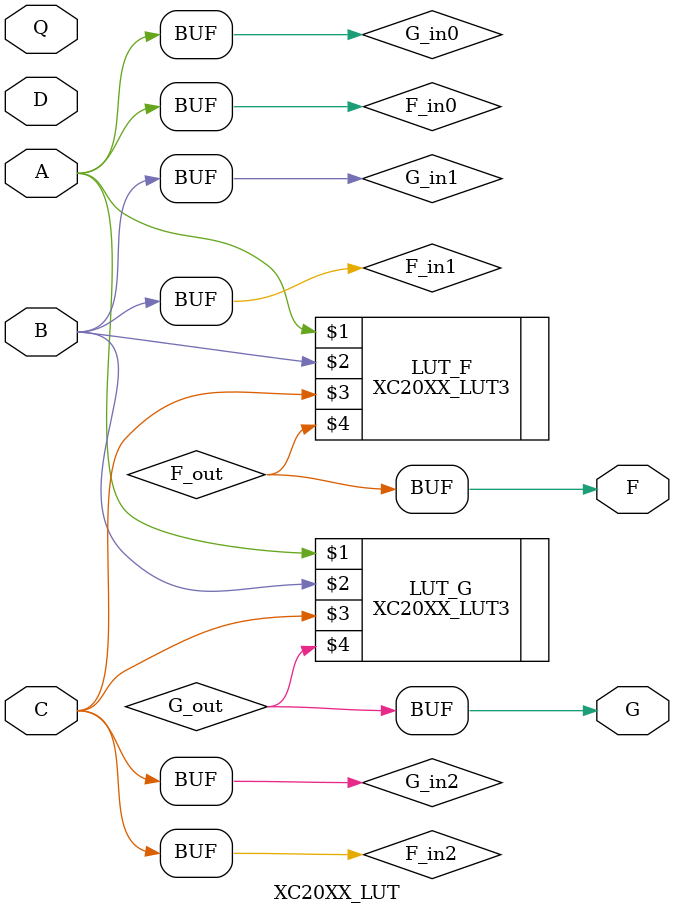
<source format=v>
/* XC20XX_LUT- The most-generic LUT implementation. The parameters match
config bits of the LUT's inputs/outputs as implemented in silicon. */

module XC20XX_LUT(
    A, B, C, D, // INPUTS
    Q, // FEEDBACK
    F, G // OUTPUTS
);
    parameter [7:0] F_INIT = 0;
    parameter [7:0] G_INIT = 0;
    parameter F_IN0 = 0; // 0- A, 1- B
    parameter F_IN1 = 0; // 0- B, 1- C
    parameter [1:0] F_IN2 = 2'b0; // 0- C, 1- D, 2- Q, 3- Invalid
    parameter G_IN0 = 0; // 0- A, 1- B
    parameter G_IN1 = 0; // 0- B, 1- C
    parameter [1:0] G_IN2 = 2'b0; // 0- C, 1- D, 2- Q, 3- Invalid
    parameter MUX_FG = 0;

    input wire A;
    input wire B;
    input wire C;
    input wire D;

    input wire Q;

    output wire F;
    output wire G;

    wire F_in0, F_in1, F_in2, G_in0, G_in1, G_in2;
    wire F_out, G_out;


    generate
        if(F_IN0) begin
            assign F_in0 = B;
        end else begin
            assign F_in0 = A;
        end

        if(F_IN1) begin
            assign F_in1 = C;
        end else begin
            assign F_in1 = B;
        end

        case(F_IN2)
            2'd0: begin
                assign F_in2 = C;
            end

            2'd1: begin
                assign F_in2 = D;
            end

            2'd2: begin
                assign F_in2 = Q;
            end

            default: begin
                initial begin
                    $display("ERROR: F_IN2 must use C, D, or Q as input.");
                    $finish;
                end
            end
        endcase
    endgenerate

    generate
        if(G_IN0) begin
            assign G_in0 = B;
        end else begin
            assign G_in0 = A;
        end

        if(G_IN1) begin
            assign G_in1 = C;
        end else begin
            assign G_in1 = B;
        end

        case(G_IN2)
            2'd0: begin
                assign G_in2 = C;
            end

            2'd1: begin
                assign G_in2 = D;
            end

            2'd2: begin
                assign G_in2 = Q;
            end

            default: begin
                initial begin
                    $display("ERROR: G_IN2 must use C, D, or Q as input.");
                    $finish;
                end
            end
        endcase
    endgenerate


    XC20XX_LUT3 #(
        .INIT(F_INIT)
    ) LUT_F (
        F_in0, F_in1, F_in2,
        F_out
    );

    XC20XX_LUT3 #(
        .INIT(G_INIT)
    ) LUT_G (
        G_in0, G_in1, G_in2,
        G_out
    );


    generate if(MUX_FG) begin
        // FIXME: Verify G is in fact the top bits of a "LUT4".
        assign F = B ? G_out : F_out;
        assign G = B ? G_out : F_out;
    end else begin
        assign F = F_out;
        assign G = G_out;
    end endgenerate

endmodule

</source>
